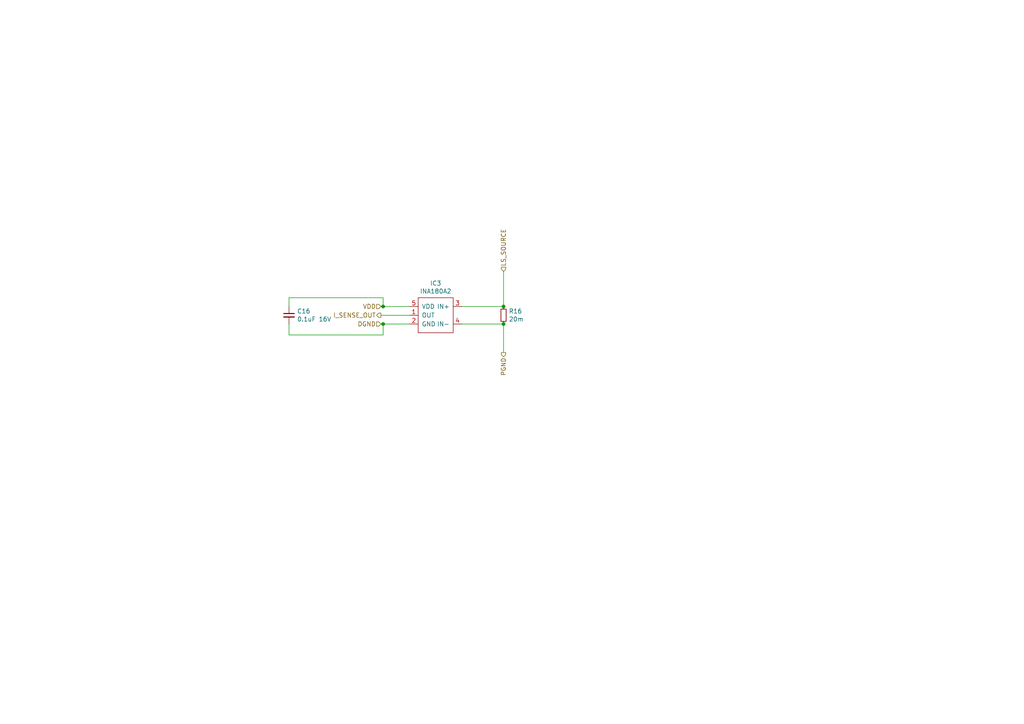
<source format=kicad_sch>
(kicad_sch (version 20211123) (generator eeschema)
  (paper "A4")
  (lib_symbols
    (symbol "Device:C_Small" (pin_numbers hide) (pin_names (offset 0.254) hide)
      (property "Reference" "C" (at 0.254 1.778 0))
      (property "Value" "C_Small" (at 0.254 -2.032 0))
      (symbol "C_Small_0_1"
        (polyline (pts (xy -1.524 -0.508) (xy 1.524 -0.508)) (stroke (width 0.3302)))
        (polyline (pts (xy -1.524 0.508) (xy 1.524 0.508)) (stroke (width 0.3048)))
      )
      (symbol "C_Small_1_1"
        (pin passive line (at 0 2.54 270) (length 2.032) (name "~") (number "1"))
        (pin passive line (at 0 -2.54 90) (length 2.032) (name "~") (number "2"))
      )
    )
    (symbol "Device:R_Small" (pin_numbers hide) (pin_names (offset 0.254) hide)
      (property "Reference" "R" (at 0.762 0.508 0))
      (property "Value" "R_Small" (at 0.762 -1.016 0))
      (symbol "R_Small_0_1"
        (rectangle (start -0.762 1.778) (end 0.762 -1.778) (stroke (width 0.2032)))
      )
      (symbol "R_Small_1_1"
        (pin passive line (at 0 2.54 270) (length 0.762) (name "~") (number "1"))
        (pin passive line (at 0 -2.54 90) (length 0.762) (name "~") (number "2"))
      )
    )
    (symbol "driver_lib:INA180A2" (pin_names (offset 1.016))
      (property "Reference" "IC" (at -3.81 3.81 0))
      (property "Value" "INA180A2" (at -1.27 1.27 0))
      (symbol "INA180A2_0_1"
        (rectangle (start -5.08 0) (end 5.08 -10.16))
      )
      (symbol "INA180A2_1_1"
        (pin output line (at -7.62 -5.08 0) (length 2.54) (name "OUT") (number "1"))
        (pin power_out line (at -7.62 -7.62 0) (length 2.54) (name "GND") (number "2"))
        (pin input line (at 7.62 -2.54 180) (length 2.54) (name "IN+") (number "3"))
        (pin input line (at 7.62 -7.62 180) (length 2.54) (name "IN-") (number "4"))
        (pin power_in line (at -7.62 -2.54 0) (length 2.54) (name "VDD") (number "5"))
      )
    )
  )
  (junction (at 146.05 88.9))
  (junction (at 146.05 93.98))
  (junction (at 111.125 93.98))
  (junction (at 111.125 88.9))
  (wire (pts (xy 111.125 93.98) (xy 110.49 93.98)))
  (wire (pts (xy 111.125 88.9) (xy 110.49 88.9)))
  (wire (pts (xy 83.82 88.9) (xy 83.82 86.36)))
  (wire (pts (xy 118.745 91.44) (xy 110.49 91.44)))
  (wire (pts (xy 111.125 86.36) (xy 111.125 88.9)))
  (wire (pts (xy 83.82 86.36) (xy 111.125 86.36)))
  (wire (pts (xy 133.985 88.9) (xy 146.05 88.9)))
  (wire (pts (xy 118.745 88.9) (xy 111.125 88.9)))
  (wire (pts (xy 111.125 97.155) (xy 111.125 93.98)))
  (wire (pts (xy 146.05 93.98) (xy 133.985 93.98)))
  (wire (pts (xy 83.82 97.155) (xy 111.125 97.155)))
  (wire (pts (xy 83.82 93.98) (xy 83.82 97.155)))
  (wire (pts (xy 118.745 93.98) (xy 111.125 93.98)))
  (wire (pts (xy 146.05 93.98) (xy 146.05 102.235)))
  (wire (pts (xy 146.05 88.9) (xy 146.05 78.74)))
  (hierarchical_label "DGND" (shape input) (at 110.49 93.98 180))
  (hierarchical_label "PGND" (shape output) (at 146.05 102.235 270))
  (hierarchical_label "VDD" (shape input) (at 110.49 88.9 180))
  (hierarchical_label "I_SENSE_OUT" (shape output) (at 110.49 91.44 180))
  (hierarchical_label "LS_SOURCE" (shape input) (at 146.05 78.74 90))
  (symbol (lib_id "driver_lib:INA180A2") (at 126.365 86.36 0)
    (property "Reference" "IC3" (at 126.365 82.169 0))
    (property "Value" "INA180A2" (at 126.365 84.4804 0))
    (property "Footprint" "Package_TO_SOT_SMD:SOT-23-5_HandSoldering" (effects hide))
  )
  (symbol (lib_id "Device:R_Small") (at 146.05 91.44 0)
    (property "Reference" "R16" (at 147.5486 90.2716 0) (effects (justify left)))
    (property "Value" "20m" (at 147.5486 92.583 0) (effects (justify left)))
    (property "Footprint" "Resistor_SMD:R_1206_3216Metric_Pad1.30x1.75mm_HandSolder" (effects hide))
    (property "MPN" "LVT12R0200FER" (effects hide))
  )
  (symbol (lib_id "Device:C_Small") (at 83.82 91.44 0)
    (property "Reference" "C16" (at 86.1568 90.2716 0) (effects (justify left)))
    (property "Value" "0.1uF 16V" (at 86.1568 92.583 0) (effects (justify left)))
    (property "Footprint" "Capacitor_SMD:C_0603_1608Metric_Pad1.05x0.95mm_HandSolder" (effects hide))
  )
)
</source>
